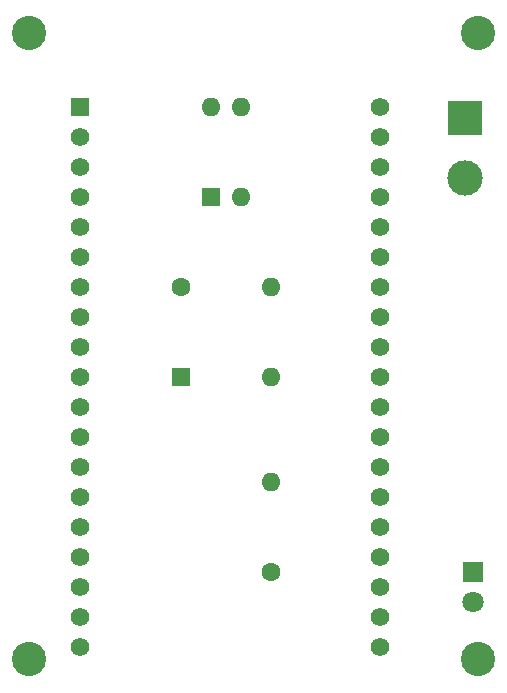
<source format=gts>
G04 #@! TF.GenerationSoftware,KiCad,Pcbnew,6.0.10+dfsg-1~bpo11+1*
G04 #@! TF.CreationDate,2023-02-14T21:13:00+00:00*
G04 #@! TF.ProjectId,Gazpar,47617a70-6172-42e6-9b69-6361645f7063,rev?*
G04 #@! TF.SameCoordinates,Original*
G04 #@! TF.FileFunction,Soldermask,Top*
G04 #@! TF.FilePolarity,Negative*
%FSLAX46Y46*%
G04 Gerber Fmt 4.6, Leading zero omitted, Abs format (unit mm)*
G04 Created by KiCad (PCBNEW 6.0.10+dfsg-1~bpo11+1) date 2023-02-14 21:13:00*
%MOMM*%
%LPD*%
G01*
G04 APERTURE LIST*
%ADD10R,1.800000X1.800000*%
%ADD11C,1.800000*%
%ADD12R,1.600000X1.600000*%
%ADD13O,1.600000X1.600000*%
%ADD14R,1.560000X1.560000*%
%ADD15C,1.560000*%
%ADD16C,1.600000*%
%ADD17R,3.000000X3.000000*%
%ADD18C,3.000000*%
%ADD19C,2.900000*%
G04 APERTURE END LIST*
D10*
X190570000Y-89610000D03*
D11*
X190570000Y-92150000D03*
D12*
X165842500Y-73100000D03*
D13*
X173462500Y-73100000D03*
D14*
X157300000Y-50240000D03*
D15*
X157300000Y-52780000D03*
X157300000Y-55320000D03*
X157300000Y-57860000D03*
X157300000Y-60400000D03*
X157300000Y-62940000D03*
X157300000Y-65480000D03*
X157300000Y-68020000D03*
X157300000Y-70560000D03*
X157300000Y-73100000D03*
X157300000Y-75640000D03*
X157300000Y-78180000D03*
X157300000Y-80720000D03*
X157300000Y-83260000D03*
X157300000Y-85800000D03*
X157300000Y-88340000D03*
X157300000Y-90880000D03*
X157300000Y-93420000D03*
X157300000Y-95960000D03*
X182700000Y-50240000D03*
X182700000Y-52780000D03*
X182700000Y-55320000D03*
X182700000Y-57860000D03*
X182700000Y-60400000D03*
X182700000Y-62940000D03*
X182700000Y-65480000D03*
X182700000Y-68020000D03*
X182700000Y-70560000D03*
X182700000Y-73100000D03*
X182700000Y-75640000D03*
X182700000Y-78180000D03*
X182700000Y-80720000D03*
X182700000Y-83260000D03*
X182700000Y-85800000D03*
X182700000Y-88340000D03*
X182700000Y-90880000D03*
X182700000Y-93420000D03*
X182700000Y-95960000D03*
D16*
X165842500Y-65480000D03*
D13*
X173462500Y-65480000D03*
D12*
X168377500Y-57860000D03*
D13*
X170917500Y-57860000D03*
X170917500Y-50240000D03*
X168377500Y-50240000D03*
D17*
X189935000Y-51180000D03*
D18*
X189935000Y-56260000D03*
D16*
X173462500Y-89610000D03*
D13*
X173462500Y-81990000D03*
D19*
X191000000Y-97000000D03*
X191000000Y-44000000D03*
X153000000Y-44000000D03*
X153000000Y-97000000D03*
M02*

</source>
